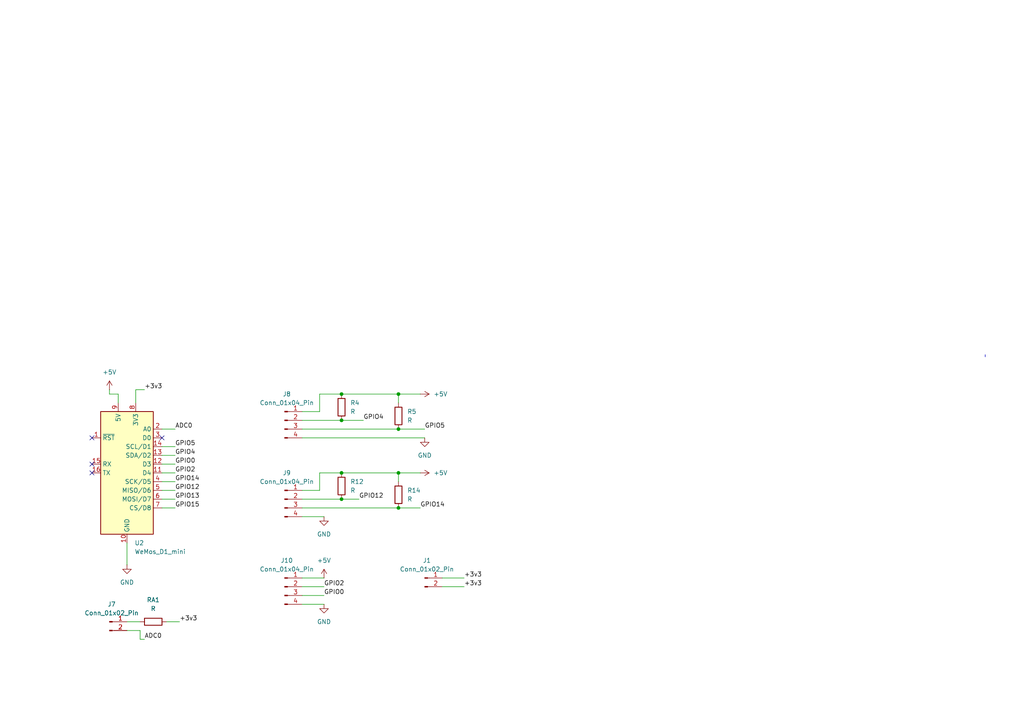
<source format=kicad_sch>
(kicad_sch (version 20231120) (generator "eeschema") (generator_version "8.0")
  (paper "A4")
  (lib_symbols
    (symbol "Connector:Conn_01x02_Pin" (pin_names (offset 1.016) hide)
      (property "Reference" "J" (at 0 2.54 0))
      (property "Value" "Conn_01x02_Pin" (at 0 -5.08 0))
      (symbol "Conn_01x02_Pin_1_1"
        (polyline (pts (xy 1.27 -2.54) (xy 0.8636 -2.54)) (stroke (width 0.1524)))
        (polyline (pts (xy 1.27 0) (xy 0.8636 0)) (stroke (width 0.1524)))
        (rectangle (start 0.8636 -2.413) (end 0 -2.667) (stroke (width 0.1524)) (fill (type outline)))
        (rectangle (start 0.8636 0.127) (end 0 -0.127) (stroke (width 0.1524)) (fill (type outline)))
        (pin passive line (at 5.08 0 180) (length 3.81) (name "Pin_1") (number "1"))
        (pin passive line (at 5.08 -2.54 180) (length 3.81) (name "Pin_2") (number "2"))
      )
    )
    (symbol "Connector:Conn_01x04_Pin" (pin_names (offset 1.016) hide)
      (property "Reference" "J" (at 0 5.08 0))
      (property "Value" "Conn_01x04_Pin" (at 0 -7.62 0))
      (symbol "Conn_01x04_Pin_1_1"
        (polyline (pts (xy 1.27 -5.08) (xy 0.8636 -5.08)) (stroke (width 0.1524)))
        (polyline (pts (xy 1.27 -2.54) (xy 0.8636 -2.54)) (stroke (width 0.1524)))
        (polyline (pts (xy 1.27 0) (xy 0.8636 0)) (stroke (width 0.1524)))
        (polyline (pts (xy 1.27 2.54) (xy 0.8636 2.54)) (stroke (width 0.1524)))
        (rectangle (start 0.8636 -4.953) (end 0 -5.207) (stroke (width 0.1524)) (fill (type outline)))
        (rectangle (start 0.8636 -2.413) (end 0 -2.667) (stroke (width 0.1524)) (fill (type outline)))
        (rectangle (start 0.8636 0.127) (end 0 -0.127) (stroke (width 0.1524)) (fill (type outline)))
        (rectangle (start 0.8636 2.667) (end 0 2.413) (stroke (width 0.1524)) (fill (type outline)))
        (pin passive line (at 5.08 2.54 180) (length 3.81) (name "Pin_1") (number "1"))
        (pin passive line (at 5.08 0 180) (length 3.81) (name "Pin_2") (number "2"))
        (pin passive line (at 5.08 -2.54 180) (length 3.81) (name "Pin_3") (number "3"))
        (pin passive line (at 5.08 -5.08 180) (length 3.81) (name "Pin_4") (number "4"))
      )
    )
    (symbol "Device:R" (pin_numbers hide) (pin_names (offset 0))
      (property "Reference" "R" (at 2.032 0 90))
      (property "Value" "R" (at 0 0 90))
      (symbol "R_0_1"
        (rectangle (start -1.016 -2.54) (end 1.016 2.54) (stroke (width 0.254)))
      )
      (symbol "R_1_1"
        (pin passive line (at 0 3.81 270) (length 1.27) (name "~") (number "1"))
        (pin passive line (at 0 -3.81 90) (length 1.27) (name "~") (number "2"))
      )
    )
    (symbol "MCU_Module:WeMos_D1_mini"
      (property "Reference" "U" (at 3.81 19.05 0))
      (property "Value" "WeMos_D1_mini" (at 1.27 -19.05 0))
      (symbol "WeMos_D1_mini_1_1"
        (rectangle (start -7.62 17.78) (end 7.62 -17.78) (stroke (width 0.254)) (fill (type background)))
        (pin input line (at -10.16 10.16 0) (length 2.54) (name "~{RST}") (number "1"))
        (pin power_in line (at 0 -20.32 90) (length 2.54) (name "GND") (number "10"))
        (pin bidirectional line (at 10.16 0 180) (length 2.54) (name "D4") (number "11"))
        (pin bidirectional line (at 10.16 2.54 180) (length 2.54) (name "D3") (number "12"))
        (pin bidirectional line (at 10.16 5.08 180) (length 2.54) (name "SDA/D2") (number "13"))
        (pin bidirectional line (at 10.16 7.62 180) (length 2.54) (name "SCL/D1") (number "14"))
        (pin input line (at -10.16 2.54 0) (length 2.54) (name "RX") (number "15"))
        (pin output line (at -10.16 0 0) (length 2.54) (name "TX") (number "16"))
        (pin input line (at 10.16 12.7 180) (length 2.54) (name "A0") (number "2"))
        (pin bidirectional line (at 10.16 10.16 180) (length 2.54) (name "D0") (number "3"))
        (pin bidirectional line (at 10.16 -2.54 180) (length 2.54) (name "SCK/D5") (number "4"))
        (pin bidirectional line (at 10.16 -5.08 180) (length 2.54) (name "MISO/D6") (number "5"))
        (pin bidirectional line (at 10.16 -7.62 180) (length 2.54) (name "MOSI/D7") (number "6"))
        (pin bidirectional line (at 10.16 -10.16 180) (length 2.54) (name "CS/D8") (number "7"))
        (pin power_out line (at 2.54 20.32 270) (length 2.54) (name "3V3") (number "8"))
        (pin power_in line (at -2.54 20.32 270) (length 2.54) (name "5V") (number "9"))
      )
    )
    (symbol "power:+5V" (power) (pin_numbers hide) (pin_names (offset 0) hide)
      (property "Value" "+5V" (at 0 3.556 0))
      (symbol "+5V_0_1"
        (polyline (pts (xy -0.762 1.27) (xy 0 2.54)))
        (polyline (pts (xy 0 0) (xy 0 2.54)))
        (polyline (pts (xy 0 2.54) (xy 0.762 1.27)))
      )
      (symbol "+5V_1_1"
        (pin power_in line (at 0 0 90) (length 0) (name "~") (number "1"))
      )
    )
    (symbol "power:GND" (power) (pin_numbers hide) (pin_names (offset 0) hide)
      (property "Value" "GND" (at 0 -3.81 0))
      (symbol "GND_0_1"
        (polyline (pts (xy 0 0) (xy 0 -1.27) (xy 1.27 -1.27) (xy 0 -2.54) (xy -1.27 -1.27) (xy 0 -1.27)))
      )
      (symbol "GND_1_1"
        (pin power_in line (at 0 0 270) (length 0) (name "~") (number "1"))
      )
    )
  )
  (junction (at 115.57 124.46))
  (junction (at 99.06 137.16))
  (junction (at 99.06 121.92))
  (junction (at 99.06 114.3))
  (junction (at 115.57 114.3))
  (junction (at 115.57 137.16))
  (junction (at 99.06 144.78))
  (junction (at 115.57 147.32))
  (no_connect (at 26.67 137.16))
  (no_connect (at 26.67 127))
  (no_connect (at 46.99 127))
  (no_connect (at 26.67 134.62))
  (wire (pts (xy 31.75 114.3) (xy 34.29 114.3)))
  (wire (pts (xy 87.63 167.64) (xy 93.98 167.64)))
  (wire (pts (xy 92.71 119.38) (xy 92.71 114.3)))
  (wire (pts (xy 87.63 121.92) (xy 99.06 121.92)))
  (wire (pts (xy 48.26 180.34) (xy 52.07 180.34)))
  (wire (pts (xy 87.63 124.46) (xy 115.57 124.46)))
  (wire (pts (xy 46.99 144.78) (xy 50.8 144.78)))
  (wire (pts (xy 115.57 147.32) (xy 121.92 147.32)))
  (wire (pts (xy 36.83 182.88) (xy 40.64 182.88)))
  (wire (pts (xy 87.63 170.18) (xy 93.98 170.18)))
  (wire (pts (xy 87.63 119.38) (xy 92.71 119.38)))
  (wire (pts (xy 115.57 116.84) (xy 115.57 114.3)))
  (wire (pts (xy 41.91 113.03) (xy 39.37 113.03)))
  (wire (pts (xy 87.63 172.72) (xy 93.98 172.72)))
  (wire (pts (xy 115.57 137.16) (xy 115.57 139.7)))
  (wire (pts (xy 46.99 132.08) (xy 50.8 132.08)))
  (wire (pts (xy 92.71 142.24) (xy 87.63 142.24)))
  (wire (pts (xy 46.99 124.46) (xy 50.8 124.46)))
  (wire (pts (xy 46.99 147.32) (xy 50.8 147.32)))
  (wire (pts (xy 36.83 180.34) (xy 40.64 180.34)))
  (wire (pts (xy 87.63 127) (xy 123.19 127)))
  (wire (pts (xy 92.71 137.16) (xy 92.71 142.24)))
  (wire (pts (xy 46.99 137.16) (xy 50.8 137.16)))
  (wire (pts (xy 40.64 185.42) (xy 41.91 185.42)))
  (wire (pts (xy 46.99 134.62) (xy 50.8 134.62)))
  (wire (pts (xy 46.99 142.24) (xy 50.8 142.24)))
  (wire (pts (xy 99.06 144.78) (xy 104.14 144.78)))
  (wire (pts (xy 46.99 129.54) (xy 50.8 129.54)))
  (wire (pts (xy 34.29 114.3) (xy 34.29 116.84)))
  (wire (pts (xy 39.37 113.03) (xy 39.37 116.84)))
  (polyline (pts (xy 285.75 102.87) (xy 285.75 103.505)))
  (wire (pts (xy 87.63 144.78) (xy 99.06 144.78)))
  (wire (pts (xy 92.71 114.3) (xy 99.06 114.3)))
  (wire (pts (xy 92.71 137.16) (xy 99.06 137.16)))
  (wire (pts (xy 87.63 175.26) (xy 93.98 175.26)))
  (wire (pts (xy 31.75 113.03) (xy 31.75 114.3)))
  (wire (pts (xy 128.27 167.64) (xy 134.62 167.64)))
  (wire (pts (xy 46.99 139.7) (xy 50.8 139.7)))
  (wire (pts (xy 99.06 121.92) (xy 105.41 121.92)))
  (wire (pts (xy 87.63 147.32) (xy 115.57 147.32)))
  (wire (pts (xy 99.06 137.16) (xy 115.57 137.16)))
  (wire (pts (xy 115.57 124.46) (xy 123.19 124.46)))
  (wire (pts (xy 128.27 170.18) (xy 134.62 170.18)))
  (wire (pts (xy 99.06 114.3) (xy 115.57 114.3)))
  (wire (pts (xy 36.83 157.48) (xy 36.83 163.83)))
  (wire (pts (xy 40.64 182.88) (xy 40.64 185.42)))
  (wire (pts (xy 115.57 137.16) (xy 121.92 137.16)))
  (wire (pts (xy 87.63 149.86) (xy 93.98 149.86)))
  (wire (pts (xy 115.57 114.3) (xy 121.92 114.3)))
  (label "GPIO2" (at 50.8 137.16 0))
  (label "+3v3" (at 134.62 167.64 0))
  (label "+3v3" (at 134.62 170.18 0))
  (label "GPIO12" (at 104.14 144.78 0))
  (label "GPIO2" (at 93.98 170.18 0))
  (label "GPIO5" (at 50.8 129.54 0))
  (label "GPIO14" (at 121.92 147.32 0))
  (label "+3v3" (at 52.07 180.34 0))
  (label "GPIO12" (at 50.8 142.24 0))
  (label "ADC0" (at 41.91 185.42 0))
  (label "ADC0" (at 50.8 124.46 0))
  (label "GPIO0" (at 50.8 134.62 0))
  (label "GPIO4" (at 105.41 121.92 0))
  (label "GPIO5" (at 123.19 124.46 0))
  (label "GPIO14" (at 50.8 139.7 0))
  (label "GPIO13" (at 50.8 144.78 0))
  (label "+3v3" (at 41.91 113.03 0))
  (label "GPIO15" (at 50.8 147.32 0))
  (label "GPIO0" (at 93.98 172.72 0))
  (label "GPIO4" (at 50.8 132.08 0))
  (symbol (lib_id "power:+5V") (at 31.75 113.03 0) (unit 1)
    (property "Reference" "#PWR05" (effects (hide yes)))
    (property "Value" "+5V" (at 31.75 107.95 0))
    (property "Description" "Power symbol creates a global label with name \"+5V\"" (effects (hide yes)))
  )
  (symbol (lib_id "power:GND") (at 93.98 175.26 0) (unit 1)
    (property "Reference" "#PWR02" (effects (hide yes)))
    (property "Value" "GND" (at 93.98 180.34 0))
    (property "Description" "Power symbol creates a global label with name \"GND\" , ground" (effects (hide yes)))
  )
  (symbol (lib_id "Device:R") (at 99.06 140.97 180) (unit 1)
    (property "Reference" "R12" (at 101.6 139.6999 0) (effects (justify right)))
    (property "Value" "R" (at 101.6 142.2399 0) (effects (justify right)))
    (property "Footprint" "Resistor_THT:R_Axial_DIN0207_L6.3mm_D2.5mm_P7.62mm_Horizontal" (effects (hide yes)))
    (property "Description" "Resistor" (effects (hide yes)))
  )
  (symbol (lib_id "Connector:Conn_01x02_Pin") (at 31.75 180.34 0) (unit 1)
    (property "Reference" "J7" (at 32.385 175.26 0))
    (property "Value" "Conn_01x02_Pin" (at 32.385 177.8 0))
    (property "Footprint" "Connector_PinHeader_2.54mm:PinHeader_1x02_P2.54mm_Vertical" (effects (hide yes)))
    (property "Description" "Generic connector, single row, 01x02, script generated" (effects (hide yes)))
  )
  (symbol (lib_id "Device:R") (at 44.45 180.34 270) (unit 1)
    (property "Reference" "RA1" (at 44.45 173.99 90))
    (property "Value" "R" (at 44.45 176.53 90))
    (property "Footprint" "Resistor_THT:R_Axial_DIN0207_L6.3mm_D2.5mm_P7.62mm_Horizontal" (effects (hide yes)))
    (property "Description" "Resistor" (effects (hide yes)))
  )
  (symbol (lib_id "Connector:Conn_01x04_Pin") (at 82.55 144.78 0) (unit 1)
    (property "Reference" "J9" (at 83.185 137.16 0))
    (property "Value" "Conn_01x04_Pin" (at 83.185 139.7 0))
    (property "Footprint" "Connector_PinHeader_2.54mm:PinHeader_1x04_P2.54mm_Vertical" (effects (hide yes)))
    (property "Description" "Generic connector, single row, 01x04, script generated" (effects (hide yes)))
  )
  (symbol (lib_id "Connector:Conn_01x04_Pin") (at 82.55 121.92 0) (unit 1)
    (property "Reference" "J8" (at 83.185 114.3 0))
    (property "Value" "Conn_01x04_Pin" (at 83.185 116.84 0))
    (property "Footprint" "Connector_PinHeader_2.54mm:PinHeader_1x04_P2.54mm_Vertical" (effects (hide yes)))
    (property "Description" "Generic connector, single row, 01x04, script generated" (effects (hide yes)))
  )
  (symbol (lib_id "power:+5V") (at 121.92 137.16 270) (unit 1)
    (property "Reference" "#PWR06" (effects (hide yes)))
    (property "Value" "+5V" (at 125.73 137.1599 90) (effects (justify left)))
    (property "Description" "Power symbol creates a global label with name \"+5V\"" (effects (hide yes)))
  )
  (symbol (lib_id "power:+5V") (at 121.92 114.3 270) (unit 1)
    (property "Reference" "#PWR07" (effects (hide yes)))
    (property "Value" "+5V" (at 125.73 114.2999 90) (effects (justify left)))
    (property "Description" "Power symbol creates a global label with name \"+5V\"" (effects (hide yes)))
  )
  (symbol (lib_id "power:GND") (at 93.98 149.86 0) (unit 1)
    (property "Reference" "#PWR01" (effects (hide yes)))
    (property "Value" "GND" (at 93.98 154.94 0))
    (property "Description" "Power symbol creates a global label with name \"GND\" , ground" (effects (hide yes)))
  )
  (symbol (lib_id "Connector:Conn_01x04_Pin") (at 82.55 170.18 0) (unit 1)
    (property "Reference" "J10" (at 83.185 162.56 0))
    (property "Value" "Conn_01x04_Pin" (at 83.185 165.1 0))
    (property "Footprint" "Connector_PinHeader_2.54mm:PinHeader_1x04_P2.54mm_Vertical" (effects (hide yes)))
    (property "Description" "Generic connector, single row, 01x04, script generated" (effects (hide yes)))
  )
  (symbol (lib_id "Device:R") (at 115.57 120.65 180) (unit 1)
    (property "Reference" "R5" (at 118.11 119.3799 0) (effects (justify right)))
    (property "Value" "R" (at 118.11 121.9199 0) (effects (justify right)))
    (property "Footprint" "Resistor_THT:R_Axial_DIN0207_L6.3mm_D2.5mm_P7.62mm_Horizontal" (effects (hide yes)))
    (property "Description" "Resistor" (effects (hide yes)))
  )
  (symbol (lib_id "Device:R") (at 115.57 143.51 180) (unit 1)
    (property "Reference" "R14" (at 118.11 142.2399 0) (effects (justify right)))
    (property "Value" "R" (at 118.11 144.7799 0) (effects (justify right)))
    (property "Footprint" "Resistor_THT:R_Axial_DIN0207_L6.3mm_D2.5mm_P7.62mm_Horizontal" (effects (hide yes)))
    (property "Description" "Resistor" (effects (hide yes)))
  )
  (symbol (lib_id "power:+5V") (at 93.98 167.64 0) (unit 1)
    (property "Reference" "#PWR08" (effects (hide yes)))
    (property "Value" "+5V" (at 93.98 162.56 0))
    (property "Description" "Power symbol creates a global label with name \"+5V\"" (effects (hide yes)))
  )
  (symbol (lib_id "power:GND") (at 36.83 163.83 0) (unit 1)
    (property "Reference" "#PWR03" (effects (hide yes)))
    (property "Value" "GND" (at 36.83 168.91 0))
    (property "Description" "Power symbol creates a global label with name \"GND\" , ground" (effects (hide yes)))
  )
  (symbol (lib_id "Device:R") (at 99.06 118.11 180) (unit 1)
    (property "Reference" "R4" (at 101.6 116.8399 0) (effects (justify right)))
    (property "Value" "R" (at 101.6 119.3799 0) (effects (justify right)))
    (property "Footprint" "Resistor_THT:R_Axial_DIN0207_L6.3mm_D2.5mm_P7.62mm_Horizontal" (effects (hide yes)))
    (property "Description" "Resistor" (effects (hide yes)))
  )
  (symbol (lib_id "MCU_Module:WeMos_D1_mini") (at 36.83 137.16 0) (unit 1)
    (property "Reference" "U2" (at 39.0241 157.48 0) (effects (justify left)))
    (property "Value" "WeMos_D1_mini" (at 39.0241 160.02 0) (effects (justify left)))
    (property "Footprint" "Module:WEMOS_D1_mini_light" (effects (hide yes)))
    (property "Datasheet" "https://wiki.wemos.cc/products:d1:d1_mini#documentation" (effects (hide yes)))
    (property "Description" "32-bit microcontroller module with WiFi" (effects (hide yes)))
  )
  (symbol (lib_id "Connector:Conn_01x02_Pin") (at 123.19 167.64 0) (unit 1)
    (property "Reference" "J1" (at 123.825 162.56 0))
    (property "Value" "Conn_01x02_Pin" (at 123.825 165.1 0))
    (property "Footprint" "Connector_PinHeader_2.54mm:PinHeader_1x02_P2.54mm_Vertical" (effects (hide yes)))
    (property "Description" "Generic connector, single row, 01x02, script generated" (effects (hide yes)))
  )
  (symbol (lib_id "power:GND") (at 123.19 127 0) (unit 1)
    (property "Reference" "#PWR04" (effects (hide yes)))
    (property "Value" "GND" (at 123.19 132.08 0))
    (property "Description" "Power symbol creates a global label with name \"GND\" , ground" (effects (hide yes)))
  )
)
</source>
